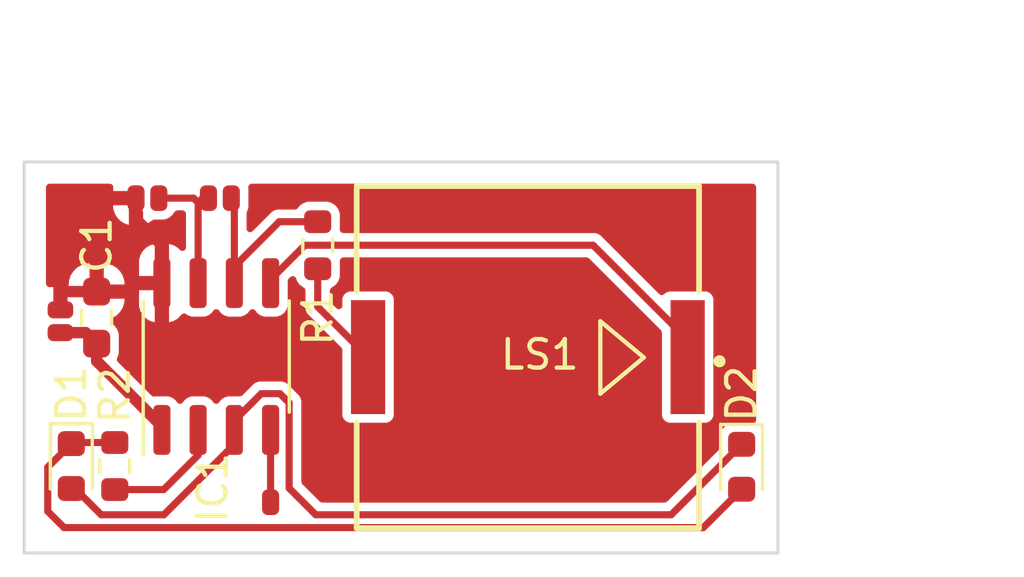
<source format=kicad_pcb>
(kicad_pcb (version 20221018) (generator pcbnew)
  (title_block (title "Wazuka-Crossing - Simple Version") (date "2023-07-31") (rev "0") (company "Wazuka Chagenkyo Railway"))
  (layers (0 "F.Cu" mixed) (31 "B.Cu" signal) (35 "F.Paste" user) (37 "F.SilkS" user "F.Silkscreen") (39 "F.Mask" user) (44 "Edge.Cuts" user))
  (net 0 "")
  (net 1 "+BATT")
  (net 2 "GND")
  (net 3 "Net-(D1-K)")
  (net 4 "/LAMP2")
  (net 5 "/LAMP1")
  (net 6 "MCLR")
  (net 7 "ICSPCLK")
  (net 8 "ICSPDAT")
  (net 9 "/SPEAKER1")
  (net 10 "Net-(LS1--)")
  (footprint "MyLibrary:JP_2T" (layer "F.Cu") (at 69.85 51.562 90)
    (fp_text reference "J2" hide)
    (fp_text value "Conn_01x02" hide)
    (pad "1" smd roundrect (at 0 -0.4 90) (size 0.9 0.6) (layers "F.Cu" "F.Paste" "F.Mask") (roundrect_rratio 0.3333333333) (net 8 "ICSPDAT"))
    (pad "2" smd roundrect (at 0 0.4 90) (size 0.9 0.6) (layers "F.Cu" "F.Paste" "F.Mask") (roundrect_rratio 0.3333333333) (net 7 "ICSPCLK"))
  )
  (footprint "Resistor_SMD:R_0603_1608Metric" (layer "F.Cu") (at 73.279 53.213 90)
    (fp_text reference "R1" (at -2.54 0 90) (layer "F.SilkS"))
    (fp_text value "1k")
    (fp_line (start -0.237258 -0.5225) (end 0.237258 -0.5225) (stroke (width 0.12)) (layer "F.SilkS"))
    (fp_line (start -0.237258 0.5225) (end 0.237258 0.5225) (stroke (width 0.12)) (layer "F.SilkS"))
    (pad "1" smd roundrect (at -0.825 0 90) (size 0.8 0.95) (layers "F.Cu" "F.Paste" "F.Mask") (net 10 "Net-(LS1--)"))
    (pad "2" smd roundrect (at 0.825 0 90) (size 0.8 0.95) (layers "F.Cu" "F.Paste" "F.Mask") (net 7 "ICSPCLK"))
  )
  (footprint "MyLibrary:JP_1T" (layer "F.Cu") (at 71.628 62.23 90)
    (fp_text reference "J3" hide)
    (fp_text value "Conn_01x01" hide)
    (pad "1" smd roundrect (at 0 0 90) (size 0.9 0.6) (layers "F.Cu" "F.Paste" "F.Mask") (roundrect_rratio 0.3333333333) (net 6 "MCLR"))
  )
  (footprint "MyLibrary:JP_2T" (layer "F.Cu") (at 64.262 55.88 180)
    (fp_text reference "J1" hide)
    (fp_text value "Conn_01x02" hide)
    (pad "1" smd roundrect (at 0 -0.4 180) (size 0.9 0.6) (layers "F.Cu" "F.Paste" "F.Mask") (roundrect_rratio 0.3333333333) (net 1 "+BATT"))
    (pad "2" smd roundrect (at 0 0.4 180) (size 0.9 0.6) (layers "F.Cu" "F.Paste" "F.Mask") (roundrect_rratio 0.3333333333) (net 2 "GND"))
  )
  (footprint "LED_SMD:LED_0603_1608Metric" (layer "F.Cu") (at 64.643 60.96 -90)
    (fp_text reference "D1" (at -2.54 0 -90) (layer "F.SilkS"))
    (fp_text value "RED")
    (fp_line (start -1.485 -0.735) (end -1.485 0.735) (stroke (width 0.12)) (layer "F.SilkS"))
    (fp_line (start -1.485 0.735) (end 0.8 0.735) (stroke (width 0.12)) (layer "F.SilkS"))
    (fp_line (start 0.8 -0.735) (end -1.485 -0.735) (stroke (width 0.12)) (layer "F.SilkS"))
    (pad "1" smd roundrect (at -0.7875 0 270) (size 0.875 0.95) (layers "F.Cu" "F.Paste" "F.Mask") (net 3 "Net-(D1-K)"))
    (pad "2" smd roundrect (at 0.7875 0 270) (size 0.875 0.95) (layers "F.Cu" "F.Paste" "F.Mask") (net 4 "/LAMP2"))
  )
  (footprint "Package_SO:SO-8_3.9x4.9mm_P1.27mm" (layer "F.Cu") (at 69.723 57.117 90)
    (fp_text reference "IC1" (at -4.605 -0.127 90) (layer "F.SilkS"))
    (fp_text value "PIC16F15213T-I_SN")
    (fp_line (start 0 -2.56) (end -3.45 -2.56) (stroke (width 0.12)) (layer "F.SilkS"))
    (fp_line (start 0 -2.56) (end 1.95 -2.56) (stroke (width 0.12)) (layer "F.SilkS"))
    (fp_line (start 0 2.56) (end -1.95 2.56) (stroke (width 0.12)) (layer "F.SilkS"))
    (fp_line (start 0 2.56) (end 1.95 2.56) (stroke (width 0.12)) (layer "F.SilkS"))
    (pad "1" smd roundrect (at -2.575 -1.905 90) (size 1.75 0.6) (layers "F.Cu" "F.Paste" "F.Mask") (net 1 "+BATT"))
    (pad "2" smd roundrect (at -2.575 -0.635 90) (size 1.75 0.6) (layers "F.Cu" "F.Paste" "F.Mask") (net 5 "/LAMP1"))
    (pad "3" smd roundrect (at -2.575 0.635 90) (size 1.75 0.6) (layers "F.Cu" "F.Paste" "F.Mask") (net 4 "/LAMP2"))
    (pad "4" smd roundrect (at -2.575 1.905 90) (size 1.75 0.6) (layers "F.Cu" "F.Paste" "F.Mask") (net 6 "MCLR"))
    (pad "5" smd roundrect (at 2.575 1.905 90) (size 1.75 0.6) (layers "F.Cu" "F.Paste" "F.Mask") (net 9 "/SPEAKER1"))
    (pad "6" smd roundrect (at 2.575 0.635 90) (size 1.75 0.6) (layers "F.Cu" "F.Paste" "F.Mask") (net 7 "ICSPCLK"))
    (pad "7" smd roundrect (at 2.575 -0.635 90) (size 1.75 0.6) (layers "F.Cu" "F.Paste" "F.Mask") (net 8 "ICSPDAT"))
    (pad "8" smd roundrect (at 2.575 -1.905 90) (size 1.75 0.6) (layers "F.Cu" "F.Paste" "F.Mask") (net 2 "GND"))
  )
  (footprint "MyLibrary:JP_2T" (layer "F.Cu") (at 67.31 51.562 -90)
    (fp_text reference "J5" hide)
    (fp_text value "Conn_01x02" hide)
    (pad "1" smd roundrect (at 0 -0.4 270) (size 0.9 0.6) (layers "F.Cu" "F.Paste" "F.Mask") (roundrect_rratio 0.3333333333) (net 8 "ICSPDAT"))
    (pad "2" smd roundrect (at 0 0.4 270) (size 0.9 0.6) (layers "F.Cu" "F.Paste" "F.Mask") (roundrect_rratio 0.3333333333) (net 2 "GND"))
  )
  (footprint "Resistor_SMD:R_0603_1608Metric" (layer "F.Cu") (at 66.167 60.96 90)
    (fp_text reference "R2" (at 2.477 0 90) (layer "F.SilkS"))
    (fp_text value "100")
    (fp_line (start -0.237258 -0.5225) (end 0.237258 -0.5225) (stroke (width 0.12)) (layer "F.SilkS"))
    (fp_line (start -0.237258 0.5225) (end 0.237258 0.5225) (stroke (width 0.12)) (layer "F.SilkS"))
    (pad "1" smd roundrect (at -0.825 0 90) (size 0.8 0.95) (layers "F.Cu" "F.Paste" "F.Mask") (net 5 "/LAMP1"))
    (pad "2" smd roundrect (at 0.825 0 90) (size 0.8 0.95) (layers "F.Cu" "F.Paste" "F.Mask") (net 3 "Net-(D1-K)"))
  )
  (footprint "MyLibrary:PKLCS1212E2000-R1" (layer "F.Cu") (at 80.645 57.138 180)
    (fp_text reference "LS1" (at -0.41521 0.08702 unlocked) (layer "F.SilkS"))
    (fp_text value "PKLCS1212E2000-R1" hide)
    (fp_line (start -6 -6) (end -6 -2.3) (stroke (width 0.2)) (layer "F.SilkS"))
    (fp_line (start -6 -6) (end 6 -6) (stroke (width 0.2)) (layer "F.SilkS"))
    (fp_line (start -6 6) (end -6 2.3) (stroke (width 0.2)) (layer "F.SilkS"))
    (fp_line (start 6 -6) (end 6 -2.3) (stroke (width 0.2)) (layer "F.SilkS"))
    (fp_line (start 6 6) (end -6 6) (stroke (width 0.2)) (layer "F.SilkS"))
    (fp_line (start 6 6) (end 6 2.3) (stroke (width 0.2)) (layer "F.SilkS"))
    (fp_circle (center -6.718 -0.146) (end -6.718 -0.0346) (stroke (width 0.2)) (fill none) (layer "F.SilkS"))
    (pad "1" smd rect (at -5.6 0 180) (size 1.2 4) (layers "F.Cu" "F.Paste" "F.Mask") (net 9 "/SPEAKER1"))
    (pad "2" smd rect (at 5.6 0 180) (size 1.2 4) (layers "F.Cu" "F.Paste" "F.Mask") (net 10 "Net-(LS1--)"))
  )
  (footprint "Resistor_SMD:R_0603_1608Metric_Pad0.98x0.95mm_HandSolder" (layer "F.Cu") (at 65.532 55.753 90)
    (fp_text reference "C1" (at 2.54 0 90) (layer "F.SilkS"))
    (fp_text value "0.1u")
    (fp_line (start -0.254724 -0.5225) (end 0.254724 -0.5225) (stroke (width 0.12)) (layer "F.SilkS"))
    (fp_line (start -0.254724 0.5225) (end 0.254724 0.5225) (stroke (width 0.12)) (layer "F.SilkS"))
    (pad "1" smd roundrect (at -0.9125 0 90) (size 0.975 0.95) (layers "F.Cu" "F.Paste" "F.Mask") (net 1 "+BATT"))
    (pad "2" smd roundrect (at 0.9125 0 90) (size 0.975 0.95) (layers "F.Cu" "F.Paste" "F.Mask") (net 2 "GND"))
  )
  (footprint "LED_SMD:LED_0603_1608Metric" (layer "F.Cu") (at 88.138 60.9855 -90)
    (fp_text reference "D2" (at -2.5655 0 90) (layer "F.SilkS"))
    (fp_text value "RED")
    (fp_line (start -1.485 -0.735) (end -1.485 0.735) (stroke (width 0.12)) (layer "F.SilkS"))
    (fp_line (start -1.485 0.735) (end 0.8 0.735) (stroke (width 0.12)) (layer "F.SilkS"))
    (fp_line (start 0.8 -0.735) (end -1.485 -0.735) (stroke (width 0.12)) (layer "F.SilkS"))
    (pad "1" smd roundrect (at -0.7875 0 270) (size 0.875 0.95) (layers "F.Cu" "F.Paste" "F.Mask") (net 4 "/LAMP2"))
    (pad "2" smd roundrect (at 0.7875 0 270) (size 0.875 0.95) (layers "F.Cu" "F.Paste" "F.Mask") (net 3 "Net-(D1-K)"))
  )
  (gr_line (start 83.185 58.42) (end 84.709 57.15) (stroke (width 0.15)) (layer "F.SilkS"))
  (gr_line (start 84.709 57.15) (end 83.185 55.88) (stroke (width 0.15)) (layer "F.SilkS"))
  (gr_line (start 83.185 55.88) (end 83.185 58.42) (stroke (width 0.15)) (layer "F.SilkS"))
  (gr_line locked (start 89.408 64.008) (end 89.408 50.292) (stroke (width 0.1)) (layer "Edge.Cuts"))
  (gr_line locked (start 62.992 64.008) (end 89.408 64.008) (stroke (width 0.1)) (layer "Edge.Cuts"))
  (gr_line locked (start 62.992 50.292) (end 62.992 64.008) (stroke (width 0.1)) (layer "Edge.Cuts"))
  (gr_line locked (start 89.408 50.292) (end 62.992 50.292) (stroke (width 0.1)) (layer "Edge.Cuts"))
  (segment (start 65.532 56.6655) (end 65.532 57.277) (width 0.4) (layer "F.Cu") (net 1))
  (segment (start 65.532 57.277) (end 67.818 59.563) (width 0.4) (layer "F.Cu") (net 1))
  (segment (start 67.818 59.563) (end 67.818 59.817) (width 0.4) (layer "F.Cu") (net 1))
  (segment (start 64.262 56.28) (end 65.1465 56.28) (width 0.4) (layer "F.Cu") (net 1))
  (segment (start 65.1465 56.28) (end 65.532 56.6655) (width 0.4) (layer "F.Cu") (net 1))
  (segment (start 64.4125 54.8405) (end 65.405 54.8405) (width 0.4) (layer "F.Cu") (net 2))
  (segment (start 64.262 55.48) (end 64.262 54.991) (width 0.4) (layer "F.Cu") (net 2))
  (segment (start 65.532 51.943) (end 65.913 51.562) (width 0.4) (layer "F.Cu") (net 2))
  (segment (start 65.532 54.8405) (end 65.532 51.943) (width 0.4) (layer "F.Cu") (net 2))
  (segment (start 65.913 51.562) (end 66.91 51.562) (width 0.4) (layer "F.Cu") (net 2))
  (segment (start 64.262 54.991) (end 64.4125 54.8405) (width 0.4) (layer "F.Cu") (net 2))
  (segment (start 67.818 54.417) (end 67.818 53.213) (width 0.4) (layer "F.Cu") (net 2))
  (segment (start 66.91 52.305) (end 66.91 51.562) (width 0.4) (layer "F.Cu") (net 2))
  (segment (start 67.818 53.213) (end 66.91 52.305) (width 0.4) (layer "F.Cu") (net 2))
  (segment (start 63.817 60.9985) (end 63.817 62.547) (width 0.25) (layer "F.Cu") (net 3))
  (segment (start 66.167 60.135) (end 64.6805 60.135) (width 0.25) (layer "F.Cu") (net 3))
  (segment (start 63.817 62.547) (end 64.389 63.119) (width 0.25) (layer "F.Cu") (net 3))
  (segment (start 64.643 60.1725) (end 63.817 60.9985) (width 0.25) (layer "F.Cu") (net 3))
  (segment (start 86.792 63.119) (end 88.138 61.773) (width 0.25) (layer "F.Cu") (net 3))
  (segment (start 64.389 63.119) (end 86.792 63.119) (width 0.25) (layer "F.Cu") (net 3))
  (segment (start 64.6805 60.135) (end 64.643 60.1725) (width 0.25) (layer "F.Cu") (net 3))
  (segment (start 70.358 60.198) (end 70.358 59.362) (width 0.25) (layer "F.Cu") (net 4))
  (segment (start 72.278 61.737) (end 73.21 62.669) (width 0.25) (layer "F.Cu") (net 4))
  (segment (start 67.887 62.669) (end 70.358 60.198) (width 0.25) (layer "F.Cu") (net 4))
  (segment (start 70.358 59.362) (end 71.3 58.42) (width 0.25) (layer "F.Cu") (net 4))
  (segment (start 72.278 58.742) (end 72.278 61.737) (width 0.25) (layer "F.Cu") (net 4))
  (segment (start 64.77 61.7475) (end 65.6915 62.669) (width 0.25) (layer "F.Cu") (net 4))
  (segment (start 71.3 58.42) (end 71.956 58.42) (width 0.25) (layer "F.Cu") (net 4))
  (segment (start 73.21 62.669) (end 85.667 62.669) (width 0.25) (layer "F.Cu") (net 4))
  (segment (start 65.6915 62.669) (end 67.887 62.669) (width 0.25) (layer "F.Cu") (net 4))
  (segment (start 71.956 58.42) (end 72.278 58.742) (width 0.25) (layer "F.Cu") (net 4))
  (segment (start 85.667 62.669) (end 88.138 60.198) (width 0.25) (layer "F.Cu") (net 4))
  (segment (start 67.882 61.785) (end 66.167 61.785) (width 0.25) (layer "F.Cu") (net 5))
  (segment (start 69.088 59.817) (end 69.088 60.579) (width 0.25) (layer "F.Cu") (net 5))
  (segment (start 69.088 60.579) (end 67.882 61.785) (width 0.25) (layer "F.Cu") (net 5))
  (segment (start 71.628 59.817) (end 71.628 62.23) (width 0.25) (layer "F.Cu") (net 6))
  (segment (start 73.279 52.388) (end 71.932 52.388) (width 0.25) (layer "F.Cu") (net 7))
  (segment (start 70.358 53.962) (end 70.358 54.417) (width 0.25) (layer "F.Cu") (net 7))
  (segment (start 70.358 51.67) (end 70.25 51.562) (width 0.25) (layer "F.Cu") (net 7))
  (segment (start 71.932 52.388) (end 70.358 53.962) (width 0.25) (layer "F.Cu") (net 7))
  (segment (start 70.358 54.417) (end 70.358 51.67) (width 0.25) (layer "F.Cu") (net 7))
  (segment (start 69.088 51.72) (end 69.088 54.417) (width 0.25) (layer "F.Cu") (net 8))
  (segment (start 69.246 51.562) (end 69.088 51.72) (width 0.25) (layer "F.Cu") (net 8))
  (segment (start 69.45 51.562) (end 69.246 51.562) (width 0.25) (layer "F.Cu") (net 8))
  (segment (start 67.71 51.562) (end 68.93 51.562) (width 0.25) (layer "F.Cu") (net 8))
  (segment (start 68.93 51.562) (end 69.088 51.72) (width 0.25) (layer "F.Cu") (net 8))
  (segment (start 86.245 57.138) (end 86.245 56.527) (width 0.25) (layer "F.Cu") (net 9))
  (segment (start 72.832 53.213) (end 71.628 54.417) (width 0.25) (layer "F.Cu") (net 9))
  (segment (start 82.931 53.213) (end 72.832 53.213) (width 0.25) (layer "F.Cu") (net 9))
  (segment (start 86.245 56.527) (end 82.931 53.213) (width 0.25) (layer "F.Cu") (net 9))
  (segment (start 73.279 54.038) (end 73.279 55.372) (width 0.25) (layer "F.Cu") (net 10))
  (segment (start 73.279 55.372) (end 75.045 57.138) (width 0.25) (layer "F.Cu") (net 10))
  (zone (net 2) (net_name "GND") (layer "F.Cu") (connect_pads (clearance 0.3)) (min_thickness 0.25) (fill yes (thermal_gap 0.5) (thermal_bridge_width 0.5) (island_removal_mode 2) (island_area_min 10))
    (polygon (pts (xy 63.754 51.054) (xy 88.646 51.054) (xy 88.646 63.246) (xy 63.754 63.246)))
  )
)
</source>
